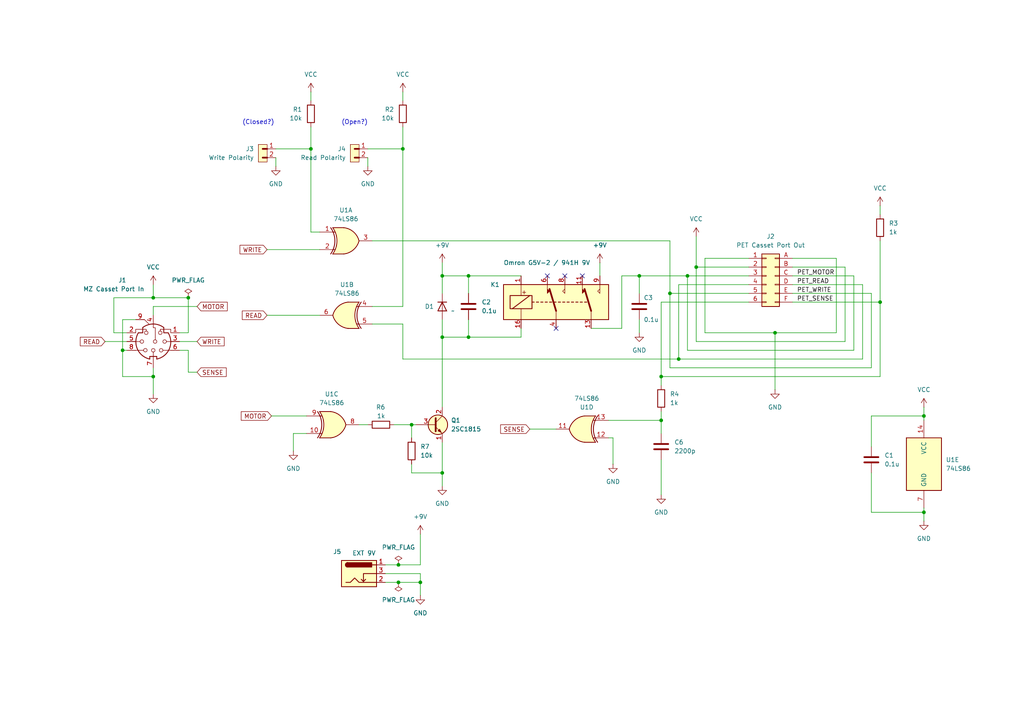
<source format=kicad_sch>
(kicad_sch (version 20231120) (generator "eeschema") (generator_version "8.0")
  (paper "A4")
  (title_block (title "MZ1500 to DataSette I/F") (date "2024-12-25") (rev "0.6") (company "Mercury-Nihombashi kaokun"))
  (lib_symbols
    (symbol "74xx:74LS86" (pin_names (offset 1.016))
      (property "Reference" "U" (at 0 1.27 0))
      (property "Value" "74LS86" (at 0 -1.27 0))
      (symbol "74LS86_1_0"
        (arc (start -4.4196 -3.81) (mid -3.2033 0) (end -4.4196 3.81) (stroke (width 0.254)))
        (arc (start -3.81 -3.81) (mid -2.589 0) (end -3.81 3.81) (stroke (width 0.254)))
        (arc (start -0.6096 -3.81) (mid 2.1842 -2.5851) (end 3.81 0) (stroke (width 0.254)) (fill (type background)))
        (polyline (pts (xy -3.81 -3.81) (xy -0.635 -3.81)) (stroke (width 0.254)) (fill (type background)))
        (polyline (pts (xy -3.81 3.81) (xy -0.635 3.81)) (stroke (width 0.254)) (fill (type background)))
        (polyline (pts (xy -0.635 3.81) (xy -3.81 3.81) (xy -3.81 3.81) (xy -3.556 3.4036) (xy -3.0226 2.2606) (xy -2.6924 1.0414) (xy -2.6162 -0.254) (xy -2.7686 -1.4986) (xy -3.175 -2.7178) (xy -3.81 -3.81) (xy -3.81 -3.81) (xy -0.635 -3.81)) (stroke (width -25.4)) (fill (type background)))
        (arc (start 3.81 0) (mid 2.1915 2.5936) (end -0.6096 3.81) (stroke (width 0.254)) (fill (type background)))
        (pin input line (at -7.62 2.54 0) (length 4.445) (name "~") (number "1"))
        (pin input line (at -7.62 -2.54 0) (length 4.445) (name "~") (number "2"))
        (pin output line (at 7.62 0 180) (length 3.81) (name "~") (number "3"))
      )
      (symbol "74LS86_1_1"
        (polyline (pts (xy -3.81 -2.54) (xy -3.175 -2.54)) (stroke (width 0.1524)))
        (polyline (pts (xy -3.81 2.54) (xy -3.175 2.54)) (stroke (width 0.1524)))
      )
      (symbol "74LS86_2_0"
        (arc (start -4.4196 -3.81) (mid -3.2033 0) (end -4.4196 3.81) (stroke (width 0.254)))
        (arc (start -3.81 -3.81) (mid -2.589 0) (end -3.81 3.81) (stroke (width 0.254)))
        (arc (start -0.6096 -3.81) (mid 2.1842 -2.5851) (end 3.81 0) (stroke (width 0.254)) (fill (type background)))
        (polyline (pts (xy -3.81 -3.81) (xy -0.635 -3.81)) (stroke (width 0.254)) (fill (type background)))
        (polyline (pts (xy -3.81 3.81) (xy -0.635 3.81)) (stroke (width 0.254)) (fill (type background)))
        (polyline (pts (xy -0.635 3.81) (xy -3.81 3.81) (xy -3.81 3.81) (xy -3.556 3.4036) (xy -3.0226 2.2606) (xy -2.6924 1.0414) (xy -2.6162 -0.254) (xy -2.7686 -1.4986) (xy -3.175 -2.7178) (xy -3.81 -3.81) (xy -3.81 -3.81) (xy -0.635 -3.81)) (stroke (width -25.4)) (fill (type background)))
        (arc (start 3.81 0) (mid 2.1915 2.5936) (end -0.6096 3.81) (stroke (width 0.254)) (fill (type background)))
        (pin input line (at -7.62 2.54 0) (length 4.445) (name "~") (number "4"))
        (pin input line (at -7.62 -2.54 0) (length 4.445) (name "~") (number "5"))
        (pin output line (at 7.62 0 180) (length 3.81) (name "~") (number "6"))
      )
      (symbol "74LS86_2_1"
        (polyline (pts (xy -3.81 -2.54) (xy -3.175 -2.54)) (stroke (width 0.1524)))
        (polyline (pts (xy -3.81 2.54) (xy -3.175 2.54)) (stroke (width 0.1524)))
      )
      (symbol "74LS86_3_0"
        (arc (start -4.4196 -3.81) (mid -3.2033 0) (end -4.4196 3.81) (stroke (width 0.254)))
        (arc (start -3.81 -3.81) (mid -2.589 0) (end -3.81 3.81) (stroke (width 0.254)))
        (arc (start -0.6096 -3.81) (mid 2.1842 -2.5851) (end 3.81 0) (stroke (width 0.254)) (fill (type background)))
        (polyline (pts (xy -3.81 -3.81) (xy -0.635 -3.81)) (stroke (width 0.254)) (fill (type background)))
        (polyline (pts (xy -3.81 3.81) (xy -0.635 3.81)) (stroke (width 0.254)) (fill (type background)))
        (polyline (pts (xy -0.635 3.81) (xy -3.81 3.81) (xy -3.81 3.81) (xy -3.556 3.4036) (xy -3.0226 2.2606) (xy -2.6924 1.0414) (xy -2.6162 -0.254) (xy -2.7686 -1.4986) (xy -3.175 -2.7178) (xy -3.81 -3.81) (xy -3.81 -3.81) (xy -0.635 -3.81)) (stroke (width -25.4)) (fill (type background)))
        (arc (start 3.81 0) (mid 2.1915 2.5936) (end -0.6096 3.81) (stroke (width 0.254)) (fill (type background)))
        (pin input line (at -7.62 -2.54 0) (length 4.445) (name "~") (number "10"))
        (pin output line (at 7.62 0 180) (length 3.81) (name "~") (number "8"))
        (pin input line (at -7.62 2.54 0) (length 4.445) (name "~") (number "9"))
      )
      (symbol "74LS86_3_1"
        (polyline (pts (xy -3.81 -2.54) (xy -3.175 -2.54)) (stroke (width 0.1524)))
        (polyline (pts (xy -3.81 2.54) (xy -3.175 2.54)) (stroke (width 0.1524)))
      )
      (symbol "74LS86_4_0"
        (arc (start -4.4196 -3.81) (mid -3.2033 0) (end -4.4196 3.81) (stroke (width 0.254)))
        (arc (start -3.81 -3.81) (mid -2.589 0) (end -3.81 3.81) (stroke (width 0.254)))
        (arc (start -0.6096 -3.81) (mid 2.1842 -2.5851) (end 3.81 0) (stroke (width 0.254)) (fill (type background)))
        (polyline (pts (xy -3.81 -3.81) (xy -0.635 -3.81)) (stroke (width 0.254)) (fill (type background)))
        (polyline (pts (xy -3.81 3.81) (xy -0.635 3.81)) (stroke (width 0.254)) (fill (type background)))
        (polyline (pts (xy -0.635 3.81) (xy -3.81 3.81) (xy -3.81 3.81) (xy -3.556 3.4036) (xy -3.0226 2.2606) (xy -2.6924 1.0414) (xy -2.6162 -0.254) (xy -2.7686 -1.4986) (xy -3.175 -2.7178) (xy -3.81 -3.81) (xy -3.81 -3.81) (xy -0.635 -3.81)) (stroke (width -25.4)) (fill (type background)))
        (arc (start 3.81 0) (mid 2.1915 2.5936) (end -0.6096 3.81) (stroke (width 0.254)) (fill (type background)))
        (pin output line (at 7.62 0 180) (length 3.81) (name "~") (number "11"))
        (pin input line (at -7.62 2.54 0) (length 4.445) (name "~") (number "12"))
        (pin input line (at -7.62 -2.54 0) (length 4.445) (name "~") (number "13"))
      )
      (symbol "74LS86_4_1"
        (polyline (pts (xy -3.81 -2.54) (xy -3.175 -2.54)) (stroke (width 0.1524)))
        (polyline (pts (xy -3.81 2.54) (xy -3.175 2.54)) (stroke (width 0.1524)))
      )
      (symbol "74LS86_5_0"
        (pin power_in line (at 0 12.7 270) (length 5.08) (name "VCC") (number "14"))
        (pin power_in line (at 0 -12.7 90) (length 5.08) (name "GND") (number "7"))
      )
      (symbol "74LS86_5_1"
        (rectangle (start -5.08 7.62) (end 5.08 -7.62) (stroke (width 0.254)) (fill (type background)))
      )
    )
    (symbol "Connector:Barrel_Jack_Switch" (pin_names hide)
      (property "Reference" "J" (at 0 5.334 0))
      (property "Value" "Barrel_Jack_Switch" (at 0 -5.08 0))
      (symbol "Barrel_Jack_Switch_0_1"
        (rectangle (start -5.08 3.81) (end 5.08 -3.81) (stroke (width 0.254)) (fill (type background)))
        (arc (start -3.302 3.175) (mid -3.9343 2.54) (end -3.302 1.905) (stroke (width 0.254)))
        (arc (start -3.302 3.175) (mid -3.9343 2.54) (end -3.302 1.905) (stroke (width 0.254)) (fill (type outline)))
        (polyline (pts (xy 1.27 -2.286) (xy 1.905 -1.651)) (stroke (width 0.254)))
        (polyline (pts (xy 5.08 2.54) (xy 3.81 2.54)) (stroke (width 0.254)))
        (polyline (pts (xy 5.08 0) (xy 1.27 0) (xy 1.27 -2.286) (xy 0.635 -1.651)) (stroke (width 0.254)))
        (polyline (pts (xy -3.81 -2.54) (xy -2.54 -2.54) (xy -1.27 -1.27) (xy 0 -2.54) (xy 2.54 -2.54) (xy 5.08 -2.54)) (stroke (width 0.254)))
        (rectangle (start 3.683 3.175) (end -3.302 1.905) (stroke (width 0.254)) (fill (type outline)))
      )
      (symbol "Barrel_Jack_Switch_1_1"
        (pin passive line (at 7.62 2.54 180) (length 2.54) (name "~") (number "1"))
        (pin passive line (at 7.62 -2.54 180) (length 2.54) (name "~") (number "2"))
        (pin passive line (at 7.62 0 180) (length 2.54) (name "~") (number "3"))
      )
    )
    (symbol "Device:C" (pin_numbers hide) (pin_names (offset 0.254))
      (property "Reference" "C" (at 0.635 2.54 0))
      (property "Value" "C" (at 0.635 -2.54 0))
      (symbol "C_0_1"
        (polyline (pts (xy -2.032 -0.762) (xy 2.032 -0.762)) (stroke (width 0.508)))
        (polyline (pts (xy -2.032 0.762) (xy 2.032 0.762)) (stroke (width 0.508)))
      )
      (symbol "C_1_1"
        (pin passive line (at 0 3.81 270) (length 2.794) (name "~") (number "1"))
        (pin passive line (at 0 -3.81 90) (length 2.794) (name "~") (number "2"))
      )
    )
    (symbol "Device:R" (pin_numbers hide) (pin_names (offset 0))
      (property "Reference" "R" (at 2.032 0 90))
      (property "Value" "R" (at 0 0 90))
      (symbol "R_0_1"
        (rectangle (start -1.016 -2.54) (end 1.016 2.54) (stroke (width 0.254)))
      )
      (symbol "R_1_1"
        (pin passive line (at 0 3.81 270) (length 1.27) (name "~") (number "1"))
        (pin passive line (at 0 -3.81 90) (length 1.27) (name "~") (number "2"))
      )
    )
    (symbol "Diode:1N4001" (pin_numbers hide) (pin_names hide)
      (property "Reference" "D" (at 0 2.54 0))
      (property "Value" "1N4001" (at 0 -2.54 0))
      (symbol "1N4001_0_1"
        (polyline (pts (xy -1.27 1.27) (xy -1.27 -1.27)) (stroke (width 0.254)))
        (polyline (pts (xy 1.27 0) (xy -1.27 0)))
        (polyline (pts (xy 1.27 1.27) (xy 1.27 -1.27) (xy -1.27 0) (xy 1.27 1.27)) (stroke (width 0.254)))
      )
      (symbol "1N4001_1_1"
        (pin passive line (at -3.81 0 0) (length 2.54) (name "K") (number "1"))
        (pin passive line (at 3.81 0 180) (length 2.54) (name "A") (number "2"))
      )
    )
    (symbol "Kao_Library:Mini-DIN-8-Shielded" (pin_names (offset 1.016))
      (property "Reference" "J" (at 5.08 5.08 0))
      (property "Value" "Mini-DIN-8-Shielded" (at 10.668 -5.08 0))
      (symbol "Mini-DIN-8-Shielded_0_1"
        (circle (center -3.302 0) (radius 0.508))
        (arc (start -3.048 -4.064) (mid 0 -5.08) (end 3.048 -4.064) (stroke (width 0.254)))
        (circle (center -2.286 2.5146) (radius 0.508))
        (circle (center -2.032 -2.54) (radius 0.508))
        (arc (start -1.016 5.08) (mid -4.6228 2.1214) (end -4.318 -2.54) (stroke (width 0.254)))
        (polyline (pts (xy -3.81 0) (xy -5.08 0)))
        (polyline (pts (xy -2.794 2.54) (xy -5.334 2.54)))
        (polyline (pts (xy -2.54 -6.35) (xy -1.27 -5.08)))
        (polyline (pts (xy 0 5.1054) (xy 0 3.048)))
        (polyline (pts (xy 2.794 2.54) (xy 5.08 2.54)))
        (polyline (pts (xy 5.08 0) (xy 3.81 0)))
        (polyline (pts (xy -4.318 -2.54) (xy -3.048 -2.54) (xy -3.048 -4.064)) (stroke (width 0.254)))
        (polyline (pts (xy 4.318 -2.54) (xy 3.048 -2.54) (xy 3.048 -4.064)) (stroke (width 0.254)))
        (polyline (pts (xy -2.032 -3.048) (xy -2.032 -3.556) (xy -5.08 -3.556) (xy -5.08 -2.54)))
        (polyline (pts (xy -1.016 5.08) (xy -1.016 4.318) (xy 1.016 4.318) (xy 1.016 5.08)) (stroke (width 0.254)))
        (polyline (pts (xy 0.5842 -0.508) (xy 0.5842 -4.0132) (xy 0 -4.0132) (xy 0 -5.1816)))
        (polyline (pts (xy 2.032 -3.048) (xy 2.032 -3.556) (xy 5.08 -3.556) (xy 5.08 -2.54)))
        (circle (center 0 2.54) (radius 0.508))
        (circle (center 2.032 -2.54) (radius 0.508))
        (circle (center 2.286 2.54) (radius 0.508))
        (circle (center 3.302 0) (radius 0.508))
        (arc (start 4.318 -2.54) (mid 4.6661 2.1322) (end 1.016 5.08) (stroke (width 0.254)))
      )
      (symbol "Mini-DIN-8-Shielded_1_1"
        (circle (center 0.5334 0) (radius 0.508))
        (pin passive line (at 7.62 -2.54 180) (length 2.54) (name "~") (number "1"))
        (pin passive line (at -7.62 -2.54 0) (length 2.54) (name "~") (number "2"))
        (pin passive line (at 7.62 0 180) (length 2.54) (name "~") (number "3"))
        (pin passive line (at 0 -7.62 90) (length 2.54) (name "~") (number "4"))
        (pin passive line (at -7.62 0 0) (length 2.54) (name "~") (number "5"))
        (pin passive line (at 7.62 2.54 180) (length 2.54) (name "~") (number "6"))
        (pin passive line (at 0 7.62 270) (length 2.54) (name "~") (number "7"))
        (pin passive line (at -7.62 2.54 0) (length 2.54) (name "~") (number "8"))
        (pin passive line (at -5.08 -6.35 0) (length 2.54) (name "~") (number "9"))
      )
    )
    (symbol "Kao_Library:Omron G5V-2 / 941H"
      (property "Reference" "K" (at 15.24 8.89 0))
      (property "Value" "Omron G5V-2 / 941H" (at -2.54 13.97 0))
      (symbol "Omron G5V-2 / 941H_1_1"
        (rectangle (start -15.24 5.08) (end 15.24 -5.08) (stroke (width 0.254)) (fill (type background)))
        (rectangle (start -13.335 1.905) (end -6.985 -1.905) (stroke (width 0.254)))
        (polyline (pts (xy -12.7 -1.905) (xy -7.62 1.905)) (stroke (width 0.254)))
        (polyline (pts (xy -10.16 -5.08) (xy -10.16 -1.905)))
        (polyline (pts (xy -10.16 5.08) (xy -10.16 1.905)))
        (polyline (pts (xy -6.985 0) (xy -6.35 0)) (stroke (width 0.254)))
        (polyline (pts (xy -5.715 0) (xy -5.08 0)) (stroke (width 0.254)))
        (polyline (pts (xy -4.445 0) (xy -3.81 0)) (stroke (width 0.254)))
        (polyline (pts (xy -3.175 0) (xy -2.54 0)) (stroke (width 0.254)))
        (polyline (pts (xy -1.905 0) (xy -1.27 0)) (stroke (width 0.254)))
        (polyline (pts (xy -0.635 0) (xy 0 0)) (stroke (width 0.254)))
        (polyline (pts (xy 0 -2.54) (xy -1.905 3.81)) (stroke (width 0.508)))
        (polyline (pts (xy 0 -2.54) (xy 0 -5.08)))
        (polyline (pts (xy 0.635 0) (xy 1.27 0)) (stroke (width 0.254)))
        (polyline (pts (xy 1.905 0) (xy 2.54 0)) (stroke (width 0.254)))
        (polyline (pts (xy 3.175 0) (xy 3.81 0)) (stroke (width 0.254)))
        (polyline (pts (xy 4.445 0) (xy 5.08 0)) (stroke (width 0.254)))
        (polyline (pts (xy 5.715 0) (xy 6.35 0)) (stroke (width 0.254)))
        (polyline (pts (xy 6.985 0) (xy 7.62 0)) (stroke (width 0.254)))
        (polyline (pts (xy 8.255 0) (xy 8.89 0)) (stroke (width 0.254)))
        (polyline (pts (xy 10.16 -2.54) (xy 8.255 3.81)) (stroke (width 0.508)))
        (polyline (pts (xy 10.16 -2.54) (xy 10.16 -5.08)))
        (polyline (pts (xy -2.54 5.08) (xy -2.54 2.54) (xy -1.905 3.175) (xy -2.54 3.81)) (fill (type outline)))
        (polyline (pts (xy 2.54 5.08) (xy 2.54 2.54) (xy 1.905 3.175) (xy 2.54 3.81)))
        (polyline (pts (xy 7.62 5.08) (xy 7.62 2.54) (xy 8.255 3.175) (xy 7.62 3.81)) (fill (type outline)))
        (polyline (pts (xy 12.7 5.08) (xy 12.7 2.54) (xy 12.065 3.175) (xy 12.7 3.81)))
        (text "+" (at -9.271 2.921 0) (effects (font (size 1.27 1.27))))
        (pin passive line (at -10.16 7.62 270) (length 2.54) (name "~") (number "1"))
        (pin passive line (at 7.62 7.62 270) (length 2.54) (name "~") (number "11"))
        (pin passive line (at 10.16 -7.62 90) (length 2.54) (name "~") (number "13"))
        (pin passive line (at -10.16 -7.62 90) (length 2.54) (name "~") (number "16"))
        (pin passive line (at 0 -7.62 90) (length 2.54) (name "~") (number "4"))
        (pin passive line (at -2.54 7.62 270) (length 2.54) (name "~") (number "6"))
        (pin passive line (at 2.54 7.62 270) (length 2.54) (name "~") (number "8"))
        (pin passive line (at 12.7 7.62 270) (length 2.54) (name "~") (number "9"))
      )
    )
    (symbol "Kao_Library:PET_CassetPort" (pin_names (offset -8) hide)
      (property "Reference" "J" (at 1.27 7.62 0))
      (property "Value" "PET_CassetPort" (at 1.27 -10.16 0))
      (symbol "PET_CassetPort_1_1"
        (rectangle (start -1.27 -7.493) (end 0 -7.747) (stroke (width 0.1524)))
        (rectangle (start -1.27 -4.953) (end 0 -5.207) (stroke (width 0.1524)))
        (rectangle (start -1.27 -2.413) (end 0 -2.667) (stroke (width 0.1524)))
        (rectangle (start -1.27 0.127) (end 0 -0.127) (stroke (width 0.1524)))
        (rectangle (start -1.27 2.667) (end 0 2.413) (stroke (width 0.1524)))
        (rectangle (start -1.27 5.207) (end 0 4.953) (stroke (width 0.1524)))
        (rectangle (start -1.27 6.35) (end 3.81 -8.89) (stroke (width 0.254)) (fill (type background)))
        (rectangle (start 3.81 -7.493) (end 2.54 -7.747) (stroke (width 0.1524)))
        (rectangle (start 3.81 -4.953) (end 2.54 -5.207) (stroke (width 0.1524)))
        (rectangle (start 3.81 -2.413) (end 2.54 -2.667) (stroke (width 0.1524)))
        (rectangle (start 3.81 0.127) (end 2.54 -0.127) (stroke (width 0.1524)))
        (rectangle (start 3.81 2.667) (end 2.54 2.413) (stroke (width 0.1524)))
        (rectangle (start 3.81 5.207) (end 2.54 4.953) (stroke (width 0.1524)))
        (pin passive line (at -5.08 5.08 0) (length 3.81) (name "GND") (number "1"))
        (pin passive line (at -5.08 2.54 0) (length 3.81) (name "+5V") (number "2"))
        (pin passive line (at -5.08 0 0) (length 3.81) (name "Motor") (number "3"))
        (pin passive line (at -5.08 -2.54 0) (length 3.81) (name "Read") (number "4"))
        (pin passive line (at -5.08 -5.08 0) (length 3.81) (name "Write") (number "5"))
        (pin passive line (at -5.08 -7.62 0) (length 3.81) (name "Sense") (number "6"))
        (pin passive line (at 7.62 5.08 180) (length 3.81) (name "GND") (number "A"))
        (pin passive line (at 7.62 2.54 180) (length 3.81) (name "+5V") (number "B"))
        (pin passive line (at 7.62 0 180) (length 3.81) (name "Motor") (number "C"))
        (pin passive line (at 7.62 -2.54 180) (length 3.81) (name "Read") (number "D"))
        (pin passive line (at 7.62 -5.08 180) (length 3.81) (name "Write") (number "E"))
        (pin passive line (at 7.62 -7.62 180) (length 3.81) (name "Sense") (number "F"))
      )
    )
    (symbol "PCM_SL_Pin_Headers:PINHD_1x2_Male"
      (property "Reference" "J" (at 0 6.35 0))
      (property "Value" "PINHD_1x2_Male" (at 0 3.81 0))
      (symbol "PINHD_1x2_Male_0_1"
        (rectangle (start -1.27 2.54) (end 1.27 -2.54) (fill (type background)))
        (polyline (pts (xy -1.27 -1.27) (xy 0 -1.27)) (stroke (width 0.3)))
        (polyline (pts (xy -1.27 -1.27) (xy 0 -1.27)) (stroke (width 0.5)))
        (polyline (pts (xy -1.27 1.27) (xy 0 1.27)) (stroke (width 0.3)))
        (polyline (pts (xy -1.27 1.27) (xy 0 1.27)) (stroke (width 0.5)))
      )
      (symbol "PINHD_1x2_Male_1_1"
        (pin passive line (at -3.81 1.27 0) (length 2.54) (name "") (number "1"))
        (pin passive line (at -3.81 -1.27 0) (length 2.54) (name "") (number "2"))
      )
    )
    (symbol "PCM_Transistor_BJT_AKL:2SC1815" (pin_names hide)
      (property "Reference" "Q" (at 5.08 1.27 0))
      (property "Value" "2SC1815" (at 5.08 -1.27 0))
      (symbol "2SC1815_0_1"
        (polyline (pts (xy 0.635 0.635) (xy 2.54 2.54)))
        (polyline (pts (xy 0.635 -0.635) (xy 2.54 -2.54) (xy 2.54 -2.54)))
        (polyline (pts (xy 0.635 1.905) (xy 0.635 -1.905) (xy 0.635 -1.905)) (stroke (width 0.508)))
        (polyline (pts (xy 1.27 -1.778) (xy 1.778 -1.27) (xy 2.286 -2.286) (xy 1.27 -1.778) (xy 1.27 -1.778)) (fill (type outline)))
        (circle (center 1.27 0) (radius 2.8194) (stroke (width 0.254)) (fill (type background)))
      )
      (symbol "2SC1815_1_1"
        (pin passive line (at 2.54 -5.08 90) (length 2.54) (name "E") (number "1"))
        (pin passive line (at 2.54 5.08 270) (length 2.54) (name "C") (number "2"))
        (pin passive line (at -5.08 0 0) (length 5.715) (name "B") (number "3"))
      )
    )
    (symbol "power:+9V" (power) (pin_numbers hide) (pin_names (offset 0) hide)
      (property "Value" "+9V" (at 0 3.556 0))
      (symbol "+9V_0_1"
        (polyline (pts (xy -0.762 1.27) (xy 0 2.54)))
        (polyline (pts (xy 0 0) (xy 0 2.54)))
        (polyline (pts (xy 0 2.54) (xy 0.762 1.27)))
      )
      (symbol "+9V_1_1"
        (pin power_in line (at 0 0 90) (length 0) (name "~") (number "1"))
      )
    )
    (symbol "power:GND" (power) (pin_numbers hide) (pin_names (offset 0) hide)
      (property "Value" "GND" (at 0 -3.81 0))
      (symbol "GND_0_1"
        (polyline (pts (xy 0 0) (xy 0 -1.27) (xy 1.27 -1.27) (xy 0 -2.54) (xy -1.27 -1.27) (xy 0 -1.27)))
      )
      (symbol "GND_1_1"
        (pin power_in line (at 0 0 270) (length 0) (name "~") (number "1"))
      )
    )
    (symbol "power:PWR_FLAG" (power) (pin_numbers hide) (pin_names (offset 0) hide)
      (property "Value" "PWR_FLAG" (at 0 3.81 0))
      (symbol "PWR_FLAG_0_0"
        (pin power_out line (at 0 0 90) (length 0) (name "~") (number "1"))
      )
      (symbol "PWR_FLAG_0_1"
        (polyline (pts (xy 0 0) (xy 0 1.27) (xy -1.016 1.905) (xy 0 2.54) (xy 1.016 1.905) (xy 0 1.27)))
      )
    )
    (symbol "power:VCC" (power) (pin_numbers hide) (pin_names (offset 0) hide)
      (property "Value" "VCC" (at 0 3.556 0))
      (symbol "VCC_0_1"
        (polyline (pts (xy -0.762 1.27) (xy 0 2.54)))
        (polyline (pts (xy 0 0) (xy 0 2.54)))
        (polyline (pts (xy 0 2.54) (xy 0.762 1.27)))
      )
      (symbol "VCC_1_1"
        (pin power_in line (at 0 0 90) (length 0) (name "~") (number "1"))
      )
    )
  )
  (junction (at 35.56 101.6))
  (junction (at 267.97 148.59))
  (junction (at 116.84 43.18))
  (junction (at 267.97 120.65))
  (junction (at 54.61 86.36))
  (junction (at 255.27 87.63))
  (junction (at 191.77 109.22))
  (junction (at 135.89 80.01))
  (junction (at 135.89 97.79))
  (junction (at 119.38 123.19))
  (junction (at 224.79 96.52))
  (junction (at 44.45 109.22))
  (junction (at 199.39 80.01))
  (junction (at 128.27 137.16))
  (junction (at 128.27 80.01))
  (junction (at 115.57 168.91))
  (junction (at 115.57 163.83))
  (junction (at 121.92 168.91))
  (junction (at 44.45 86.36))
  (junction (at 194.31 85.09))
  (junction (at 185.42 80.01))
  (junction (at 90.17 43.18))
  (junction (at 196.85 104.14))
  (junction (at 128.27 97.79))
  (junction (at 191.77 121.92))
  (junction (at 201.93 77.47))
  (no_connect (at 158.75 80.01))
  (no_connect (at 163.83 80.01))
  (no_connect (at 168.91 80.01))
  (no_connect (at 161.29 95.25))
  (wire (pts (xy 247.65 80.01) (xy 247.65 101.6)))
  (wire (pts (xy 201.93 68.58) (xy 201.93 77.47)))
  (wire (pts (xy 80.01 48.26) (xy 80.01 45.72)))
  (wire (pts (xy 54.61 101.6) (xy 52.07 101.6)))
  (wire (pts (xy 114.3 123.19) (xy 119.38 123.19)))
  (wire (pts (xy 128.27 92.71) (xy 128.27 97.79)))
  (wire (pts (xy 111.76 163.83) (xy 115.57 163.83)))
  (wire (pts (xy 104.14 123.19) (xy 106.68 123.19)))
  (wire (pts (xy 85.09 125.73) (xy 88.9 125.73)))
  (wire (pts (xy 191.77 87.63) (xy 191.77 109.22)))
  (wire (pts (xy 171.45 95.25) (xy 180.34 95.25)))
  (wire (pts (xy 176.53 121.92) (xy 191.77 121.92)))
  (wire (pts (xy 54.61 96.52) (xy 52.07 96.52)))
  (wire (pts (xy 36.83 96.52) (xy 33.02 96.52)))
  (wire (pts (xy 217.17 80.01) (xy 199.39 80.01)))
  (wire (pts (xy 217.17 74.93) (xy 204.47 74.93)))
  (wire (pts (xy 191.77 121.92) (xy 191.77 119.38)))
  (wire (pts (xy 217.17 87.63) (xy 191.77 87.63)))
  (wire (pts (xy 185.42 80.01) (xy 185.42 85.09)))
  (wire (pts (xy 201.93 77.47) (xy 201.93 99.06)))
  (wire (pts (xy 39.37 92.71) (xy 35.56 92.71)))
  (wire (pts (xy 199.39 80.01) (xy 199.39 101.6)))
  (wire (pts (xy 35.56 101.6) (xy 35.56 109.22)))
  (wire (pts (xy 201.93 77.47) (xy 217.17 77.47)))
  (wire (pts (xy 44.45 86.36) (xy 54.61 86.36)))
  (wire (pts (xy 33.02 96.52) (xy 33.02 86.36)))
  (wire (pts (xy 44.45 109.22) (xy 44.45 114.3)))
  (wire (pts (xy 135.89 85.09) (xy 135.89 80.01)))
  (wire (pts (xy 90.17 67.31) (xy 92.71 67.31)))
  (wire (pts (xy 180.34 80.01) (xy 185.42 80.01)))
  (wire (pts (xy 252.73 85.09) (xy 252.73 106.68)))
  (wire (pts (xy 204.47 96.52) (xy 224.79 96.52)))
  (wire (pts (xy 229.87 85.09) (xy 252.73 85.09)))
  (wire (pts (xy 252.73 137.16) (xy 252.73 148.59)))
  (wire (pts (xy 201.93 99.06) (xy 245.11 99.06)))
  (wire (pts (xy 252.73 120.65) (xy 252.73 129.54)))
  (wire (pts (xy 229.87 77.47) (xy 245.11 77.47)))
  (wire (pts (xy 119.38 123.19) (xy 120.65 123.19)))
  (wire (pts (xy 196.85 82.55) (xy 196.85 104.14)))
  (wire (pts (xy 54.61 107.95) (xy 54.61 101.6)))
  (wire (pts (xy 217.17 82.55) (xy 196.85 82.55)))
  (wire (pts (xy 44.45 106.68) (xy 44.45 109.22)))
  (wire (pts (xy 194.31 106.68) (xy 252.73 106.68)))
  (wire (pts (xy 106.68 48.26) (xy 106.68 45.72)))
  (wire (pts (xy 250.19 82.55) (xy 250.19 104.14)))
  (wire (pts (xy 44.45 82.55) (xy 44.45 86.36)))
  (wire (pts (xy 90.17 43.18) (xy 90.17 36.83)))
  (wire (pts (xy 119.38 127) (xy 119.38 123.19)))
  (wire (pts (xy 252.73 120.65) (xy 267.97 120.65)))
  (wire (pts (xy 185.42 80.01) (xy 199.39 80.01)))
  (wire (pts (xy 242.57 74.93) (xy 242.57 96.52)))
  (wire (pts (xy 119.38 137.16) (xy 128.27 137.16)))
  (wire (pts (xy 57.15 99.06) (xy 52.07 99.06)))
  (wire (pts (xy 255.27 87.63) (xy 255.27 109.22)))
  (wire (pts (xy 191.77 109.22) (xy 255.27 109.22)))
  (wire (pts (xy 151.13 97.79) (xy 135.89 97.79)))
  (wire (pts (xy 267.97 148.59) (xy 267.97 147.32)))
  (wire (pts (xy 128.27 97.79) (xy 128.27 118.11)))
  (wire (pts (xy 217.17 85.09) (xy 194.31 85.09)))
  (wire (pts (xy 116.84 104.14) (xy 116.84 93.98)))
  (wire (pts (xy 116.84 36.83) (xy 116.84 43.18)))
  (wire (pts (xy 44.45 88.9) (xy 44.45 91.44)))
  (wire (pts (xy 90.17 26.67) (xy 90.17 29.21)))
  (wire (pts (xy 35.56 92.71) (xy 35.56 101.6)))
  (wire (pts (xy 121.92 166.37) (xy 121.92 168.91)))
  (wire (pts (xy 116.84 93.98) (xy 107.95 93.98)))
  (wire (pts (xy 54.61 86.36) (xy 54.61 96.52)))
  (wire (pts (xy 267.97 118.11) (xy 267.97 120.65)))
  (wire (pts (xy 107.95 88.9) (xy 116.84 88.9)))
  (wire (pts (xy 106.68 43.18) (xy 116.84 43.18)))
  (wire (pts (xy 185.42 96.52) (xy 185.42 92.71)))
  (wire (pts (xy 177.8 134.62) (xy 177.8 127)))
  (wire (pts (xy 115.57 163.83) (xy 121.92 163.83)))
  (wire (pts (xy 116.84 43.18) (xy 116.84 88.9)))
  (wire (pts (xy 191.77 125.73) (xy 191.77 121.92)))
  (wire (pts (xy 194.31 85.09) (xy 194.31 106.68)))
  (wire (pts (xy 267.97 120.65) (xy 267.97 121.92)))
  (wire (pts (xy 245.11 77.47) (xy 245.11 99.06)))
  (wire (pts (xy 128.27 80.01) (xy 135.89 80.01)))
  (wire (pts (xy 196.85 104.14) (xy 250.19 104.14)))
  (wire (pts (xy 267.97 151.13) (xy 267.97 148.59)))
  (wire (pts (xy 153.67 124.46) (xy 161.29 124.46)))
  (wire (pts (xy 77.47 72.39) (xy 92.71 72.39)))
  (wire (pts (xy 30.48 99.06) (xy 36.83 99.06)))
  (wire (pts (xy 33.02 86.36) (xy 44.45 86.36)))
  (wire (pts (xy 92.71 91.44) (xy 77.47 91.44)))
  (wire (pts (xy 128.27 76.2) (xy 128.27 80.01)))
  (wire (pts (xy 255.27 69.85) (xy 255.27 87.63)))
  (wire (pts (xy 135.89 80.01) (xy 151.13 80.01)))
  (wire (pts (xy 119.38 134.62) (xy 119.38 137.16)))
  (wire (pts (xy 151.13 95.25) (xy 151.13 97.79)))
  (wire (pts (xy 224.79 96.52) (xy 242.57 96.52)))
  (wire (pts (xy 229.87 80.01) (xy 247.65 80.01)))
  (wire (pts (xy 128.27 140.97) (xy 128.27 137.16)))
  (wire (pts (xy 116.84 104.14) (xy 196.85 104.14)))
  (wire (pts (xy 85.09 125.73) (xy 85.09 130.81)))
  (wire (pts (xy 115.57 168.91) (xy 121.92 168.91)))
  (wire (pts (xy 78.74 120.65) (xy 88.9 120.65)))
  (wire (pts (xy 80.01 43.18) (xy 90.17 43.18)))
  (wire (pts (xy 116.84 26.67) (xy 116.84 29.21)))
  (wire (pts (xy 57.15 88.9) (xy 44.45 88.9)))
  (wire (pts (xy 111.76 168.91) (xy 115.57 168.91)))
  (wire (pts (xy 121.92 154.94) (xy 121.92 163.83)))
  (wire (pts (xy 229.87 82.55) (xy 250.19 82.55)))
  (wire (pts (xy 194.31 69.85) (xy 194.31 85.09)))
  (wire (pts (xy 199.39 101.6) (xy 247.65 101.6)))
  (wire (pts (xy 173.99 80.01) (xy 173.99 76.2)))
  (wire (pts (xy 90.17 67.31) (xy 90.17 43.18)))
  (wire (pts (xy 128.27 137.16) (xy 128.27 128.27)))
  (wire (pts (xy 204.47 74.93) (xy 204.47 96.52)))
  (wire (pts (xy 229.87 87.63) (xy 255.27 87.63)))
  (wire (pts (xy 224.79 96.52) (xy 224.79 113.03)))
  (wire (pts (xy 135.89 97.79) (xy 128.27 97.79)))
  (wire (pts (xy 229.87 74.93) (xy 242.57 74.93)))
  (wire (pts (xy 255.27 59.69) (xy 255.27 62.23)))
  (wire (pts (xy 191.77 111.76) (xy 191.77 109.22)))
  (wire (pts (xy 57.15 107.95) (xy 54.61 107.95)))
  (wire (pts (xy 121.92 168.91) (xy 121.92 172.72)))
  (wire (pts (xy 128.27 80.01) (xy 128.27 85.09)))
  (wire (pts (xy 177.8 127) (xy 176.53 127)))
  (wire (pts (xy 135.89 92.71) (xy 135.89 97.79)))
  (wire (pts (xy 111.76 166.37) (xy 121.92 166.37)))
  (wire (pts (xy 35.56 109.22) (xy 44.45 109.22)))
  (wire (pts (xy 36.83 101.6) (xy 35.56 101.6)))
  (wire (pts (xy 107.95 69.85) (xy 194.31 69.85)))
  (wire (pts (xy 180.34 95.25) (xy 180.34 80.01)))
  (wire (pts (xy 191.77 143.51) (xy 191.77 133.35)))
  (wire (pts (xy 252.73 148.59) (xy 267.97 148.59)))
  (text "(Open?)" (at 102.87 35.56 0) (effects (font (size 1.27 1.27))))
  (text "(Closed?)" (at 74.93 35.56 0) (effects (font (size 1.27 1.27))))
  (label "PET_WRITE" (at 231.14 85.09 0))
  (label "PET_MOTOR" (at 231.14 80.01 0))
  (label "PET_SENSE" (at 231.14 87.63 0))
  (label "PET_READ" (at 231.14 82.55 0))
  (global_label "READ" (shape input) (at 30.48 99.06 180) (property "Intersheetrefs" "${INTERSHEET_REFS}" (effects (hide yes))))
  (global_label "MOTOR" (shape input) (at 57.15 88.9 0) (property "Intersheetrefs" "${INTERSHEET_REFS}" (effects (hide yes))))
  (global_label "WRITE" (shape input) (at 57.15 99.06 0) (property "Intersheetrefs" "${INTERSHEET_REFS}" (effects (hide yes))))
  (global_label "READ" (shape input) (at 77.47 91.44 180) (property "Intersheetrefs" "${INTERSHEET_REFS}" (effects (hide yes))))
  (global_label "WRITE" (shape input) (at 77.47 72.39 180) (property "Intersheetrefs" "${INTERSHEET_REFS}" (effects (hide yes))))
  (global_label "SENSE" (shape input) (at 153.67 124.46 180) (property "Intersheetrefs" "${INTERSHEET_REFS}" (effects (hide yes))))
  (global_label "SENSE" (shape input) (at 57.15 107.95 0) (property "Intersheetrefs" "${INTERSHEET_REFS}" (effects (hide yes))))
  (global_label "MOTOR" (shape input) (at 78.74 120.65 180) (property "Intersheetrefs" "${INTERSHEET_REFS}" (effects (hide yes))))
  (symbol (lib_id "power:GND") (at 128.27 140.97 0) (unit 1)
    (property "Reference" "#PWR03" (effects (hide yes)))
    (property "Value" "GND" (at 128.27 146.05 0))
    (property "Description" "Power symbol creates a global label with name \"GND\" , ground" (effects (hide yes)))
  )
  (symbol (lib_id "Device:R") (at 110.49 123.19 90) (unit 1)
    (property "Reference" "R6" (at 111.76 118.11 90) (effects (justify left)))
    (property "Value" "1k" (at 111.76 120.65 90) (effects (justify left)))
    (property "Footprint" "Kao_Library:LargePad_R_Axial_DIN0207_L6.3mm_D2.5mm_P7.62mm_Horizontal" (effects (hide yes)))
  )
  (symbol (lib_id "74xx:74LS86") (at 100.33 69.85 0) (unit 1)
    (property "Reference" "U1" (at 100.33 60.96 0))
    (property "Value" "74LS86" (at 100.33 63.5 0))
    (property "Footprint" "Package_DIP:DIP-14_W7.62mm_Socket_LongPads" (effects (hide yes)))
    (property "Datasheet" "74xx/74ls86.pdf" (effects (hide yes)))
  )
  (symbol (lib_id "Device:R") (at 255.27 66.04 0) (unit 1)
    (property "Reference" "R3" (at 257.81 64.77 0) (effects (justify left)))
    (property "Value" "1k" (at 257.81 67.31 0) (effects (justify left)))
    (property "Footprint" "Kao_Library:LargePad_R_Axial_DIN0207_L6.3mm_D2.5mm_P7.62mm_Horizontal" (effects (hide yes)))
  )
  (symbol (lib_id "Kao_Library:Omron G5V-2 / 941H") (at 161.29 87.63 0) (unit 1)
    (property "Reference" "K1" (at 142.24 82.55 0) (effects (justify left)))
    (property "Value" "Omron G5V-2 / 941H 9V" (at 146.05 76.2 0) (effects (justify left)))
    (property "Footprint" "Kao_Library:Relay_DPDT_Omron_G5V-2-LargePad" (effects (hide yes)))
  )
  (symbol (lib_id "74xx:74LS86") (at 168.91 124.46 180) (unit 4)
    (property "Reference" "U1" (at 170.18 118.11 0))
    (property "Value" "74LS86" (at 170.18 115.57 0))
    (property "Footprint" "Package_DIP:DIP-14_W7.62mm_Socket_LongPads" (effects (hide yes)))
    (property "Datasheet" "74xx/74ls86.pdf" (effects (hide yes)))
  )
  (symbol (lib_id "PCM_SL_Pin_Headers:PINHD_1x2_Male") (at 76.2 44.45 0) (mirror y) (unit 1)
    (property "Reference" "J3" (at 73.66 43.1799 0) (effects (justify left)))
    (property "Value" "Write Polarity" (at 73.66 45.7199 0) (effects (justify left)))
    (property "Footprint" "Connector_PinHeader_2.54mm:PinHeader_1x02_P2.54mm_Vertical" (effects (hide yes)))
    (property "Description" "Pin Header male with pin space 2.54mm. Pin Count -2" (effects (hide yes)))
  )
  (symbol (lib_id "PCM_Transistor_BJT_AKL:2SC1815") (at 125.73 123.19 0) (unit 1)
    (property "Reference" "Q1" (at 130.81 121.9199 0) (effects (justify left)))
    (property "Value" "2SC1815" (at 130.81 124.4599 0) (effects (justify left)))
    (property "Footprint" "PCM_Package_TO_SOT_THT_AKL:TO-92S_Wide_ECB" (effects (hide yes)))
    (property "Datasheet" "http://www.unisonic.com.tw/datasheet/2SC1815.pdf" (effects (hide yes)))
    (property "Description" "NPN TO-92 transistor, 50V, 150mA, 625mW, Alternate KiCAD Library" (effects (hide yes)))
  )
  (symbol (lib_id "Device:C") (at 252.73 133.35 0) (unit 1)
    (property "Reference" "C1" (at 256.54 132.08 0) (effects (justify left)))
    (property "Value" "0.1u" (at 256.54 134.62 0) (effects (justify left)))
    (property "Footprint" "Kao_Library:LargePad_R_Axial_DIN0204_L3.6mm_D1.6mm_P2.54mm_Vertical" (effects (hide yes)))
  )
  (symbol (lib_id "Device:C") (at 135.89 88.9 0) (unit 1)
    (property "Reference" "C2" (at 139.7 87.63 0) (effects (justify left)))
    (property "Value" "0.1u" (at 139.7 90.17 0) (effects (justify left)))
    (property "Footprint" "Kao_Library:LargePad_R_Axial_DIN0204_L3.6mm_D1.6mm_P2.54mm_Vertical" (effects (hide yes)))
  )
  (symbol (lib_id "power:GND") (at 85.09 130.81 0) (unit 1)
    (property "Reference" "#PWR04" (effects (hide yes)))
    (property "Value" "GND" (at 85.09 135.89 0))
    (property "Description" "Power symbol creates a global label with name \"GND\" , ground" (effects (hide yes)))
  )
  (symbol (lib_id "Device:R") (at 191.77 115.57 0) (unit 1)
    (property "Reference" "R4" (at 194.31 114.3 0) (effects (justify left)))
    (property "Value" "1k" (at 194.31 116.84 0) (effects (justify left)))
    (property "Footprint" "Kao_Library:LargePad_R_Axial_DIN0207_L6.3mm_D2.5mm_P7.62mm_Horizontal" (effects (hide yes)))
  )
  (symbol (lib_id "Kao_Library:PET_CassetPort") (at 222.25 80.01 0) (unit 1)
    (property "Reference" "J2" (at 223.52 68.58 0))
    (property "Value" "PET Casset Port Out" (at 223.52 71.12 0))
    (property "Footprint" "Kao_Library:PET_Casset" (effects (hide yes)))
    (property "Description" "PET Casset Port" (effects (hide yes)))
  )
  (symbol (lib_id "power:GND") (at 267.97 151.13 0) (unit 1)
    (property "Reference" "#PWR06" (effects (hide yes)))
    (property "Value" "GND" (at 267.97 156.21 0))
    (property "Description" "Power symbol creates a global label with name \"GND\" , ground" (effects (hide yes)))
  )
  (symbol (lib_id "power:GND") (at 44.45 114.3 0) (unit 1)
    (property "Reference" "#PWR017" (effects (hide yes)))
    (property "Value" "GND" (at 44.45 119.38 0))
    (property "Description" "Power symbol creates a global label with name \"GND\" , ground" (effects (hide yes)))
  )
  (symbol (lib_id "Diode:1N4001") (at 128.27 88.9 270) (unit 1)
    (property "Reference" "D1" (at 123.19 88.9 90) (effects (justify left)))
    (property "Value" "~" (at 130.81 90.17 90) (effects (justify left)))
    (property "Footprint" "Diode_THT:D_DO-41_SOD81_P7.62mm_Horizontal" (effects (hide yes)))
    (property "Datasheet" "http://www.vishay.com/docs/88503/1n4001.pdf" (effects (hide yes)))
    (property "Sim.Device" "D" (effects (hide yes)))
    (property "Sim.Pins" "1=K 2=A" (effects (hide yes)))
  )
  (symbol (lib_id "power:VCC") (at 116.84 26.67 0) (unit 1)
    (property "Reference" "#PWR09" (effects (hide yes)))
    (property "Value" "VCC" (at 116.84 21.59 0))
    (property "Description" "Power symbol creates a global label with name \"VCC\"" (effects (hide yes)))
  )
  (symbol (lib_id "74xx:74LS86") (at 267.97 134.62 0) (unit 5)
    (property "Reference" "U1" (at 274.32 133.35 0) (effects (justify left)))
    (property "Value" "74LS86" (at 274.32 135.89 0) (effects (justify left)))
    (property "Footprint" "Package_DIP:DIP-14_W7.62mm_Socket_LongPads" (effects (hide yes)))
    (property "Datasheet" "74xx/74ls86.pdf" (effects (hide yes)))
  )
  (symbol (lib_id "Device:R") (at 116.84 33.02 0) (mirror y) (unit 1)
    (property "Reference" "R2" (at 114.3 31.75 0) (effects (justify left)))
    (property "Value" "10k" (at 114.3 34.29 0) (effects (justify left)))
    (property "Footprint" "Kao_Library:LargePad_R_Axial_DIN0207_L6.3mm_D2.5mm_P7.62mm_Horizontal" (effects (hide yes)))
  )
  (symbol (lib_id "PCM_SL_Pin_Headers:PINHD_1x2_Male") (at 102.87 44.45 0) (mirror y) (unit 1)
    (property "Reference" "J4" (at 100.33 43.1799 0) (effects (justify left)))
    (property "Value" "Read Polarity" (at 100.33 45.7199 0) (effects (justify left)))
    (property "Footprint" "Connector_PinHeader_2.54mm:PinHeader_1x02_P2.54mm_Vertical" (effects (hide yes)))
    (property "Description" "Pin Header male with pin space 2.54mm. Pin Count -2" (effects (hide yes)))
  )
  (symbol (lib_id "Connector:Barrel_Jack_Switch") (at 104.14 166.37 0) (unit 1)
    (property "Reference" "J5" (at 97.79 160.02 0))
    (property "Value" "EXT 9V" (at 105.5878 160.4264 0))
    (property "Footprint" "Connector_BarrelJack:BarrelJack_Horizontal" (effects (hide yes)))
    (property "Description" "DC Barrel Jack with an internal switch" (effects (hide yes)))
  )
  (symbol (lib_id "Device:C") (at 191.77 129.54 0) (unit 1)
    (property "Reference" "C6" (at 195.58 128.27 0) (effects (justify left)))
    (property "Value" "2200p" (at 195.58 130.81 0) (effects (justify left)))
    (property "Footprint" "Kao_Library:LargePad_R_Axial_DIN0204_L3.6mm_D1.6mm_P2.54mm_Vertical" (effects (hide yes)))
  )
  (symbol (lib_id "power:VCC") (at 44.45 82.55 0) (unit 1)
    (property "Reference" "#PWR015" (effects (hide yes)))
    (property "Value" "VCC" (at 44.45 77.47 0))
    (property "Description" "Power symbol creates a global label with name \"VCC\"" (effects (hide yes)))
  )
  (symbol (lib_id "power:+9V") (at 121.92 154.94 0) (unit 1)
    (property "Reference" "#PWR010" (effects (hide yes)))
    (property "Value" "+9V" (at 121.92 149.86 0))
    (property "Description" "Power symbol creates a global label with name \"+9V\"" (effects (hide yes)))
  )
  (symbol (lib_id "Device:R") (at 90.17 33.02 0) (mirror y) (unit 1)
    (property "Reference" "R1" (at 87.63 31.75 0) (effects (justify left)))
    (property "Value" "10k" (at 87.63 34.29 0) (effects (justify left)))
    (property "Footprint" "Kao_Library:LargePad_R_Axial_DIN0207_L6.3mm_D2.5mm_P7.62mm_Horizontal" (effects (hide yes)))
  )
  (symbol (lib_id "74xx:74LS86") (at 100.33 91.44 0) (mirror y) (unit 2)
    (property "Reference" "U1" (at 100.6348 82.55 0))
    (property "Value" "74LS86" (at 100.6348 85.09 0))
    (property "Footprint" "Package_DIP:DIP-14_W7.62mm_Socket_LongPads" (effects (hide yes)))
    (property "Datasheet" "74xx/74ls86.pdf" (effects (hide yes)))
  )
  (symbol (lib_id "power:GND") (at 177.8 134.62 0) (unit 1)
    (property "Reference" "#PWR011" (effects (hide yes)))
    (property "Value" "GND" (at 177.8 139.7 0))
    (property "Description" "Power symbol creates a global label with name \"GND\" , ground" (effects (hide yes)))
  )
  (symbol (lib_id "power:GND") (at 185.42 96.52 0) (unit 1)
    (property "Reference" "#PWR016" (effects (hide yes)))
    (property "Value" "GND" (at 185.42 101.6 0))
    (property "Description" "Power symbol creates a global label with name \"GND\" , ground" (effects (hide yes)))
  )
  (symbol (lib_id "power:GND") (at 80.01 48.26 0) (unit 1)
    (property "Reference" "#PWR012" (effects (hide yes)))
    (property "Value" "GND" (at 80.01 53.34 0))
    (property "Description" "Power symbol creates a global label with name \"GND\" , ground" (effects (hide yes)))
  )
  (symbol (lib_id "power:GND") (at 106.68 48.26 0) (unit 1)
    (property "Reference" "#PWR013" (effects (hide yes)))
    (property "Value" "GND" (at 106.68 53.34 0))
    (property "Description" "Power symbol creates a global label with name \"GND\" , ground" (effects (hide yes)))
  )
  (symbol (lib_id "power:PWR_FLAG") (at 54.61 86.36 0) (unit 1)
    (property "Reference" "#FLG03" (effects (hide yes)))
    (property "Value" "PWR_FLAG" (at 54.61 81.28 0))
    (property "Description" "Special symbol for telling ERC where power comes from" (effects (hide yes)))
  )
  (symbol (lib_id "Device:C") (at 185.42 88.9 0) (unit 1)
    (property "Reference" "C3" (at 186.69 86.36 0) (effects (justify left)))
    (property "Value" "0.1u" (at 186.69 92.71 0) (effects (justify left)))
    (property "Footprint" "Kao_Library:LargePad_R_Axial_DIN0204_L3.6mm_D1.6mm_P2.54mm_Vertical" (effects (hide yes)))
  )
  (symbol (lib_id "Kao_Library:Mini-DIN-8-Shielded") (at 44.45 99.06 0) (mirror x) (unit 1)
    (property "Reference" "J1" (at 34.29 81.28 0) (effects (justify left)))
    (property "Value" "MZ Casset Port In" (at 24.13 83.82 0) (effects (justify left)))
    (property "Footprint" "Kao_Library:Connector_Mini-DIN_Female_8Pin_Marushin" (effects (hide yes)))
    (property "Datasheet" "http://service.powerdynamics.com/ec/Catalog17/Section%2011.pdf" (effects (hide yes)))
    (property "Description" "8-pin Mini-DIN connector" (effects (hide yes)))
  )
  (symbol (lib_id "power:+9V") (at 128.27 76.2 0) (unit 1)
    (property "Reference" "#PWR01" (effects (hide yes)))
    (property "Value" "+9V" (at 128.27 71.12 0))
    (property "Description" "Power symbol creates a global label with name \"+9V\"" (effects (hide yes)))
  )
  (symbol (lib_id "power:PWR_FLAG") (at 115.57 163.83 0) (unit 1)
    (property "Reference" "#FLG01" (effects (hide yes)))
    (property "Value" "PWR_FLAG" (at 115.57 158.75 0))
    (property "Description" "Special symbol for telling ERC where power comes from" (effects (hide yes)))
  )
  (symbol (lib_id "Device:R") (at 119.38 130.81 0) (unit 1)
    (property "Reference" "R7" (at 121.92 129.54 0) (effects (justify left)))
    (property "Value" "10k" (at 121.92 132.08 0) (effects (justify left)))
    (property "Footprint" "Kao_Library:LargePad_R_Axial_DIN0207_L6.3mm_D2.5mm_P7.62mm_Horizontal" (effects (hide yes)))
  )
  (symbol (lib_id "power:VCC") (at 90.17 26.67 0) (unit 1)
    (property "Reference" "#PWR08" (effects (hide yes)))
    (property "Value" "VCC" (at 90.17 21.59 0))
    (property "Description" "Power symbol creates a global label with name \"VCC\"" (effects (hide yes)))
  )
  (symbol (lib_id "power:VCC") (at 267.97 118.11 0) (unit 1)
    (property "Reference" "#PWR07" (effects (hide yes)))
    (property "Value" "VCC" (at 267.97 113.03 0))
    (property "Description" "Power symbol creates a global label with name \"VCC\"" (effects (hide yes)))
  )
  (symbol (lib_id "power:PWR_FLAG") (at 115.57 168.91 0) (mirror x) (unit 1)
    (property "Reference" "#FLG02" (effects (hide yes)))
    (property "Value" "PWR_FLAG" (at 115.57 173.99 0))
    (property "Description" "Special symbol for telling ERC where power comes from" (effects (hide yes)))
  )
  (symbol (lib_id "power:VCC") (at 201.93 68.58 0) (unit 1)
    (property "Reference" "#PWR05" (effects (hide yes)))
    (property "Value" "VCC" (at 201.93 63.5 0))
    (property "Description" "Power symbol creates a global label with name \"VCC\"" (effects (hide yes)))
  )
  (symbol (lib_id "power:GND") (at 121.92 172.72 0) (unit 1)
    (property "Reference" "#PWR014" (effects (hide yes)))
    (property "Value" "GND" (at 121.92 177.8 0))
    (property "Description" "Power symbol creates a global label with name \"GND\" , ground" (effects (hide yes)))
  )
  (symbol (lib_id "power:VCC") (at 255.27 59.69 0) (mirror y) (unit 1)
    (property "Reference" "#PWR018" (effects (hide yes)))
    (property "Value" "VCC" (at 255.27 54.61 0))
    (property "Description" "Power symbol creates a global label with name \"VCC\"" (effects (hide yes)))
  )
  (symbol (lib_id "power:GND") (at 224.79 113.03 0) (unit 1)
    (property "Reference" "#PWR02" (effects (hide yes)))
    (property "Value" "GND" (at 224.79 118.11 0))
    (property "Description" "Power symbol creates a global label with name \"GND\" , ground" (effects (hide yes)))
  )
  (symbol (lib_id "74xx:74LS86") (at 96.52 123.19 0) (unit 3)
    (property "Reference" "U1" (at 96.2152 114.3 0))
    (property "Value" "74LS86" (at 96.2152 116.84 0))
    (property "Footprint" "Package_DIP:DIP-14_W7.62mm_Socket_LongPads" (effects (hide yes)))
    (property "Datasheet" "74xx/74ls86.pdf" (effects (hide yes)))
  )
  (symbol (lib_id "power:+9V") (at 173.99 76.2 0) (unit 1)
    (property "Reference" "#PWR019" (effects (hide yes)))
    (property "Value" "+9V" (at 173.99 71.12 0))
    (property "Description" "Power symbol creates a global label with name \"+9V\"" (effects (hide yes)))
  )
  (symbol (lib_id "power:GND") (at 191.77 143.51 0) (unit 1)
    (property "Reference" "#PWR020" (effects (hide yes)))
    (property "Value" "GND" (at 191.77 148.59 0))
    (property "Description" "Power symbol creates a global label with name \"GND\" , ground" (effects (hide yes)))
  )
)
</source>
